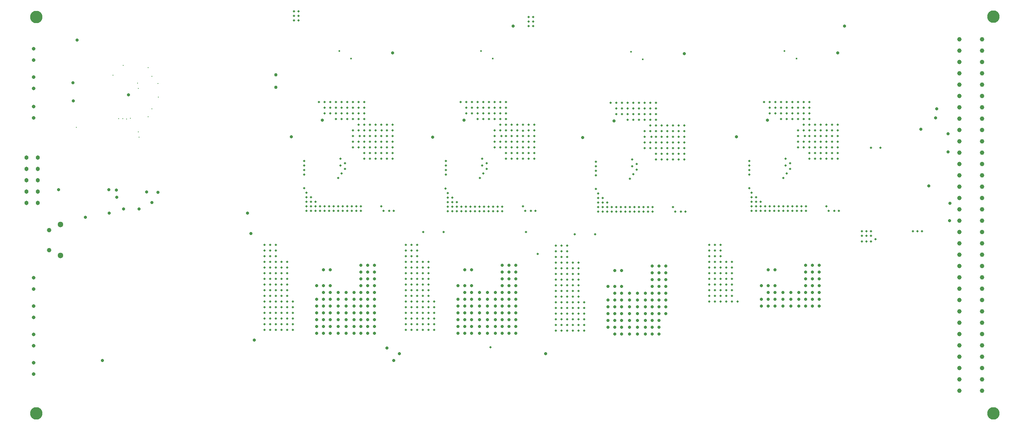
<source format=gbr>
%FSTAX23Y23*%
%MOIN*%
%SFA1B1*%

%IPPOS*%
%ADD145C,0.051181*%
%ADD146C,0.038976*%
%ADD147C,0.031496*%
%ADD148C,0.038000*%
%ADD149C,0.039370*%
%ADD150C,0.110236*%
%ADD151C,0.030000*%
%ADD152C,0.030000*%
%ADD153C,0.110236*%
%ADD154C,0.110236*%
%ADD155C,0.019685*%
%ADD156C,0.028000*%
%ADD157C,0.015000*%
%ADD158C,0.010000*%
%LNlv1_pth_drill-1*%
%LPD*%
G54D145*
X01219Y02281D03*
Y02005D03*
G54D146*
X0112Y02054D03*
Y02231D03*
G54D147*
X00981Y0373D03*
Y0383D03*
Y0332D03*
Y0322D03*
Y0358D03*
Y0348D03*
Y0181D03*
Y0171D03*
Y0156D03*
Y0146D03*
Y0131D03*
Y0121D03*
Y0106D03*
Y0096D03*
G54D148*
X0092Y0287D03*
X0102D03*
Y0277D03*
X0092D03*
Y0267D03*
X0102D03*
X0092Y0257D03*
X0102D03*
X0092Y0247D03*
X0102D03*
G54D149*
X0935Y03912D03*
Y03812D03*
Y03712D03*
Y03612D03*
Y03512D03*
Y03412D03*
Y03312D03*
Y03212D03*
Y03112D03*
Y03012D03*
Y02912D03*
Y02812D03*
Y02712D03*
Y02612D03*
Y02512D03*
Y02412D03*
Y02312D03*
Y02212D03*
Y02112D03*
Y02012D03*
Y01912D03*
Y01812D03*
Y01712D03*
Y01612D03*
Y01512D03*
Y01412D03*
Y01312D03*
Y01212D03*
Y01112D03*
Y01012D03*
Y00912D03*
Y00812D03*
X0915Y03912D03*
Y03812D03*
Y03712D03*
Y03612D03*
Y03512D03*
Y03412D03*
Y03312D03*
Y03212D03*
Y03112D03*
Y03012D03*
Y02912D03*
Y02812D03*
Y02712D03*
Y02612D03*
Y02512D03*
Y02412D03*
Y02312D03*
Y02212D03*
Y02112D03*
Y02012D03*
Y01912D03*
Y01812D03*
Y01712D03*
Y01612D03*
Y01512D03*
Y01412D03*
Y01312D03*
Y01212D03*
Y01112D03*
Y01012D03*
Y00912D03*
Y00812D03*
G54D150*
X0945Y04112D03*
Y00612D03*
G54D151*
X0312Y0349D03*
G54D152*
X0312Y036D03*
G54D153*
X01006Y04111D03*
G54D154*
X01006Y00612D03*
G54D155*
X04418Y02214D03*
X046Y02212D03*
X05429Y02021D03*
X05756Y02194D03*
X05935Y02192D03*
X05011Y01195D03*
X05325Y02214D03*
X0328Y0416D03*
Y0412D03*
Y0408D03*
X0332D03*
Y0412D03*
Y0416D03*
X0539Y0403D03*
Y0407D03*
Y0411D03*
X0535Y0407D03*
Y0411D03*
Y0403D03*
X0874Y0222D03*
X08779D03*
X0882D03*
X0841Y0215D03*
X0837Y0222D03*
Y0218D03*
Y0213D03*
X0833D03*
Y0218D03*
Y0222D03*
X08289Y0213D03*
Y0218D03*
Y0222D03*
X0367Y0269D03*
X037Y0273D03*
X0373Y0277D03*
Y0282D03*
X0369Y0286D03*
Y028D03*
X0317Y0135D03*
Y014D03*
Y0145D03*
Y015D03*
Y0155D03*
Y016D03*
X0322D03*
Y0155D03*
Y015D03*
Y0145D03*
Y014D03*
Y0135D03*
X0327Y016D03*
Y0155D03*
Y015D03*
Y0145D03*
Y014D03*
Y0135D03*
X0322Y0165D03*
Y017D03*
Y0175D03*
Y018D03*
Y0185D03*
Y019D03*
Y0195D03*
X0317Y0165D03*
Y017D03*
Y0175D03*
Y018D03*
Y0185D03*
Y019D03*
Y0195D03*
X0312Y0135D03*
Y014D03*
Y0145D03*
Y015D03*
Y0155D03*
Y016D03*
Y0165D03*
X0307Y0135D03*
Y014D03*
Y0145D03*
Y015D03*
Y0155D03*
Y016D03*
Y0165D03*
X0302D03*
Y016D03*
Y0155D03*
Y015D03*
Y0145D03*
Y014D03*
Y0135D03*
X0312Y021D03*
Y0205D03*
Y02D03*
Y0195D03*
Y019D03*
Y0185D03*
Y018D03*
Y0175D03*
Y017D03*
X0307Y021D03*
Y0205D03*
Y02D03*
Y0195D03*
Y019D03*
Y0185D03*
Y018D03*
Y0175D03*
Y017D03*
X0302D03*
Y0175D03*
Y018D03*
Y0185D03*
Y019D03*
Y0195D03*
Y02D03*
Y0205D03*
Y021D03*
X0375Y0336D03*
Y0326D03*
Y0321D03*
Y0331D03*
X0415Y0286D03*
X041D03*
X0405D03*
X04D03*
X0395D03*
X039D03*
Y0291D03*
X0395D03*
X04D03*
X0405D03*
X041D03*
X0415D03*
X037Y0336D03*
X039Y0301D03*
X0395D03*
X04D03*
X0405D03*
X041D03*
X0415D03*
Y0296D03*
X041D03*
X0405D03*
X04D03*
X0395D03*
X039D03*
X0385D03*
Y0301D03*
X0386Y0306D03*
X039D03*
X0395D03*
X04D03*
X0405D03*
X041D03*
X0415D03*
X041Y0311D03*
X04051Y03109D03*
X04Y0311D03*
X0395D03*
X039D03*
X0385D03*
X038Y0296D03*
Y0301D03*
Y0306D03*
Y0311D03*
X0415D03*
Y0316D03*
X041D03*
X0405D03*
X04D03*
X0395D03*
X039D03*
X0385D03*
X039Y0321D03*
X0385D03*
X038D03*
X039Y0326D03*
X0385D03*
X038D03*
Y0331D03*
X0385D03*
X039D03*
X038Y0336D03*
X0385D03*
X039D03*
X0412Y024D03*
X0405Y0244D03*
X0337Y0284D03*
Y028D03*
Y0276D03*
Y0272D03*
Y026D03*
X0339Y0256D03*
Y0252D03*
Y0248D03*
X0343D03*
Y0252D03*
X0347Y0248D03*
X0339Y0244D03*
Y024D03*
X0343D03*
Y0244D03*
X0347D03*
Y024D03*
X0351Y0244D03*
Y024D03*
X0355D03*
Y0244D03*
X0359D03*
Y024D03*
X0363D03*
Y0244D03*
X0367D03*
Y024D03*
X0371D03*
Y0244D03*
X0375D03*
Y024D03*
X0379Y0244D03*
Y024D03*
X0383D03*
Y0244D03*
X0387D03*
Y024D03*
X0407D03*
X0416D03*
X0365Y0336D03*
X036D03*
X0355D03*
X035D03*
X037Y0331D03*
X0365D03*
X036D03*
X0355D03*
X037Y0326D03*
Y0321D03*
X0365Y0326D03*
X036D03*
X0355D03*
X0365Y0321D03*
X08451Y02957D03*
X08368Y02958D03*
X04898Y03209D03*
X04798Y03259D03*
X04848D03*
X04898D03*
X04948Y03209D03*
Y03259D03*
X04798Y03309D03*
X04848D03*
X04898D03*
X04948D03*
X04748Y03359D03*
X04798D03*
X04848D03*
X04898D03*
X05408Y02399D03*
X05318D03*
X04618Y02719D03*
Y02759D03*
Y02799D03*
Y02839D03*
X05298Y02439D03*
X05368Y02399D03*
X05148Y03359D03*
X05098D03*
X05048D03*
X05148Y03309D03*
X05098D03*
X05048D03*
Y03259D03*
X05098D03*
X05148D03*
X05048Y03209D03*
X05098D03*
X05148D03*
X05098Y03159D03*
X05148D03*
X05198D03*
X05248D03*
X05298D03*
X05348D03*
X05398D03*
Y03109D03*
X05048D03*
Y03059D03*
Y03009D03*
Y02959D03*
X05098Y03109D03*
X05148D03*
X05198D03*
X05248D03*
X05299Y03108D03*
X05348Y03109D03*
X05398Y03059D03*
X05348D03*
X05298D03*
X05248D03*
X05198D03*
X05148D03*
X05108D03*
X05098Y03009D03*
Y02959D03*
X05148D03*
X05198D03*
X05248D03*
X05298D03*
X05348D03*
X05398D03*
Y03009D03*
X05348D03*
X05298D03*
X05248D03*
X05198D03*
X05148D03*
X04948Y03359D03*
X05398Y02909D03*
X05348D03*
X05298D03*
X05248D03*
X05198D03*
X05148D03*
Y02859D03*
X05198D03*
X05248D03*
X05298D03*
X05348D03*
X05398D03*
X04998Y03309D03*
Y03209D03*
Y03259D03*
Y03359D03*
X04938Y02799D03*
Y02859D03*
X04978Y02819D03*
Y02769D03*
X04948Y02729D03*
X04918Y02689D03*
X06221Y03204D03*
X06121Y03254D03*
X06171D03*
X06221D03*
X06271Y03204D03*
Y03254D03*
X06121Y03304D03*
X06171D03*
X06221D03*
X06271D03*
X06071Y03354D03*
X06121D03*
X06171D03*
X06221D03*
X06731Y02394D03*
X06641D03*
X06441D03*
Y02434D03*
X06401D03*
Y02394D03*
X06361D03*
Y02434D03*
X06321Y02394D03*
Y02434D03*
X06281D03*
Y02394D03*
X06241D03*
Y02434D03*
X06201D03*
Y02394D03*
X06161D03*
Y02434D03*
X06121D03*
Y02394D03*
X06081D03*
Y02434D03*
X06041Y02394D03*
Y02434D03*
X06001D03*
Y02394D03*
X05961D03*
Y02434D03*
X06041Y02474D03*
X06001Y02514D03*
Y02474D03*
X05961D03*
Y02514D03*
Y02554D03*
X05941Y02594D03*
Y02714D03*
Y02754D03*
Y02794D03*
Y02834D03*
X06621Y02434D03*
X06691Y02394D03*
X06471Y03354D03*
X06421D03*
X06371D03*
X06471Y03304D03*
X06421D03*
X06371D03*
Y03254D03*
X06421D03*
X06471D03*
X06371Y03204D03*
X06421D03*
X06471D03*
X06421Y03154D03*
X06471D03*
X06521D03*
X06571D03*
X06621D03*
X06671D03*
X06721D03*
Y03104D03*
X06371D03*
Y03054D03*
Y03004D03*
Y02954D03*
X06421Y03104D03*
X06471D03*
X06521D03*
X06571D03*
X06622Y03103D03*
X06671Y03104D03*
X06721Y03054D03*
X06671D03*
X06621D03*
X06571D03*
X06521D03*
X06471D03*
X06431D03*
X06421Y03004D03*
Y02954D03*
X06471D03*
X06521D03*
X06571D03*
X06621D03*
X06671D03*
X06721D03*
Y03004D03*
X06671D03*
X06621D03*
X06571D03*
X06521D03*
X06471D03*
X06271Y03354D03*
X06721Y02904D03*
X06671D03*
X06621D03*
X06571D03*
X06521D03*
X06471D03*
Y02854D03*
X06521D03*
X06571D03*
X06621D03*
X06671D03*
X06721D03*
X06321Y03304D03*
Y03204D03*
Y03254D03*
Y03354D03*
X06261Y02794D03*
Y02854D03*
X06301Y02814D03*
Y02764D03*
X06271Y02724D03*
X06241Y02684D03*
X07577Y0321D03*
X07477Y0326D03*
X07527D03*
X07577D03*
X07627Y0321D03*
Y0326D03*
X07477Y0331D03*
X07527D03*
X07577D03*
X07627D03*
X07427Y0336D03*
X07477D03*
X07527D03*
X07577D03*
X08087Y024D03*
X07997D03*
X07797D03*
Y0244D03*
X07757D03*
Y024D03*
X07717D03*
Y0244D03*
X07677Y024D03*
Y0244D03*
X07637D03*
Y024D03*
X07597D03*
Y0244D03*
X07557D03*
Y024D03*
X07517D03*
Y0244D03*
X07477D03*
Y024D03*
X07437D03*
Y0244D03*
X07397Y024D03*
Y0244D03*
X07357D03*
Y024D03*
X07317D03*
Y0244D03*
X07397Y0248D03*
X07357Y0252D03*
Y0248D03*
X07317D03*
Y0252D03*
Y0256D03*
X07297Y026D03*
Y0272D03*
Y0276D03*
Y028D03*
Y0284D03*
X07977Y0244D03*
X08047Y024D03*
X07827Y0336D03*
X07777D03*
X07727D03*
X07827Y0331D03*
X07777D03*
X07727D03*
Y0326D03*
X07777D03*
X07827D03*
X07727Y0321D03*
X07777D03*
X07827D03*
X07777Y0316D03*
X07827D03*
X07877D03*
X07927D03*
X07977D03*
X08027D03*
X08077D03*
Y0311D03*
X07727D03*
Y0306D03*
Y0301D03*
Y0296D03*
X07777Y0311D03*
X07827D03*
X07877D03*
X07927D03*
X07978Y03109D03*
X08027Y0311D03*
X08077Y0306D03*
X08027D03*
X07977D03*
X07927D03*
X07877D03*
X07827D03*
X07787D03*
X07777Y0301D03*
Y0296D03*
X07827D03*
X07877D03*
X07927D03*
X07977D03*
X08027D03*
X08077D03*
Y0301D03*
X08027D03*
X07977D03*
X07927D03*
X07877D03*
X07827D03*
X07627Y0336D03*
X08077Y0291D03*
X08027D03*
X07977D03*
X07927D03*
X07877D03*
X07827D03*
Y0286D03*
X07877D03*
X07927D03*
X07977D03*
X08027D03*
X08077D03*
X07677Y0331D03*
Y0321D03*
Y0326D03*
Y0336D03*
X07617Y028D03*
Y0286D03*
X07657Y0282D03*
Y0277D03*
X07627Y0273D03*
X07597Y0269D03*
X05116Y02398D03*
Y02438D03*
X05076D03*
Y02398D03*
X05036D03*
Y02438D03*
X04996Y02398D03*
Y02438D03*
X04956D03*
Y02398D03*
X04916D03*
Y02438D03*
X04876D03*
Y02398D03*
X04836D03*
Y02438D03*
X04796D03*
Y02398D03*
X04756D03*
Y02438D03*
X04716Y02398D03*
Y02438D03*
X04676D03*
Y02398D03*
X04636D03*
Y02438D03*
X04716Y02478D03*
X04676Y02518D03*
Y02478D03*
X04636D03*
Y02518D03*
Y02558D03*
X04616Y02598D03*
X04266Y021D03*
Y0205D03*
Y02D03*
Y0195D03*
Y019D03*
Y0185D03*
Y018D03*
Y0175D03*
Y017D03*
X04316D03*
Y0175D03*
Y018D03*
Y0185D03*
Y019D03*
Y0195D03*
Y02D03*
Y0205D03*
Y021D03*
X04366Y017D03*
Y0175D03*
Y018D03*
Y0185D03*
Y019D03*
Y0195D03*
Y02D03*
Y0205D03*
Y021D03*
X04266Y0135D03*
Y014D03*
Y0145D03*
Y015D03*
Y0155D03*
Y016D03*
Y0165D03*
X04316D03*
Y016D03*
Y0155D03*
Y015D03*
Y0145D03*
Y014D03*
Y0135D03*
X04366Y0165D03*
Y016D03*
Y0155D03*
Y015D03*
Y0145D03*
Y014D03*
Y0135D03*
X04416Y0195D03*
Y019D03*
Y0185D03*
Y018D03*
Y0175D03*
Y017D03*
Y0165D03*
X04466Y0195D03*
Y019D03*
Y0185D03*
Y018D03*
Y0175D03*
Y017D03*
Y0165D03*
X04516Y0135D03*
Y014D03*
Y0145D03*
Y015D03*
Y0155D03*
Y016D03*
X04466Y0135D03*
Y014D03*
Y0145D03*
Y015D03*
Y0155D03*
Y016D03*
X04416D03*
Y0155D03*
Y015D03*
Y0145D03*
Y014D03*
Y0135D03*
X05589Y02092D03*
Y02042D03*
Y01992D03*
Y01942D03*
Y01892D03*
Y01842D03*
Y01792D03*
Y01742D03*
Y01692D03*
X05639D03*
Y01742D03*
Y01792D03*
Y01842D03*
Y01892D03*
Y01942D03*
Y01992D03*
Y02042D03*
Y02092D03*
X05689Y01692D03*
Y01742D03*
Y01792D03*
Y01842D03*
Y01892D03*
Y01942D03*
Y01992D03*
Y02042D03*
Y02092D03*
X05589Y01342D03*
Y01392D03*
Y01442D03*
Y01492D03*
Y01542D03*
Y01592D03*
Y01642D03*
X05639D03*
Y01592D03*
Y01542D03*
Y01492D03*
Y01442D03*
Y01392D03*
Y01342D03*
X05689Y01642D03*
Y01592D03*
Y01542D03*
Y01492D03*
Y01442D03*
Y01392D03*
Y01342D03*
X05739Y01942D03*
Y01892D03*
Y01842D03*
Y01792D03*
Y01742D03*
Y01692D03*
Y01642D03*
X05789Y01942D03*
Y01892D03*
Y01842D03*
Y01792D03*
Y01742D03*
Y01692D03*
Y01642D03*
X05839Y01342D03*
Y01392D03*
Y01442D03*
Y01492D03*
Y01542D03*
Y01592D03*
X05789Y01342D03*
Y01392D03*
Y01442D03*
Y01492D03*
Y01542D03*
Y01592D03*
X05739D03*
Y01542D03*
Y01492D03*
Y01442D03*
Y01392D03*
Y01342D03*
X06944Y021D03*
Y0205D03*
Y02D03*
Y0195D03*
Y019D03*
Y0185D03*
Y018D03*
Y0175D03*
Y017D03*
X06994D03*
Y0175D03*
Y018D03*
Y0185D03*
Y019D03*
Y0195D03*
Y02D03*
Y0205D03*
Y021D03*
X07044Y017D03*
Y0175D03*
Y018D03*
Y0185D03*
Y019D03*
Y0195D03*
Y02D03*
Y0205D03*
Y021D03*
X06944Y016D03*
Y0165D03*
X06994D03*
Y016D03*
X07044Y0165D03*
Y016D03*
X07094Y0195D03*
Y019D03*
Y0185D03*
Y018D03*
Y0175D03*
Y017D03*
Y0165D03*
X07144Y0195D03*
Y019D03*
Y0185D03*
Y018D03*
Y0175D03*
Y017D03*
Y0165D03*
X07194Y016D03*
X07144D03*
X07094D03*
G54D156*
X08136Y04029D03*
X05212D03*
X01329Y0353D03*
X01334Y0337D03*
X0895Y033D03*
X0881Y03119D03*
X0894Y03219D03*
X0888Y0262D03*
X0905Y0308D03*
Y0292D03*
X09065Y02465D03*
X09062Y02312D03*
X0399Y0138D03*
Y0144D03*
X0393D03*
Y0138D03*
X0387Y0144D03*
Y0138D03*
Y0132D03*
X0393D03*
X0399D03*
X0381Y0138D03*
X0367Y0144D03*
X0374Y0132D03*
X0381D03*
X036Y0138D03*
Y0144D03*
X0354D03*
Y0138D03*
X0348Y0144D03*
Y0138D03*
Y0132D03*
X0354D03*
X036D03*
X0381Y0144D03*
X0367Y0138D03*
Y0132D03*
X0374Y0138D03*
Y0144D03*
Y0162D03*
Y0156D03*
X0367Y015D03*
Y0156D03*
X0381Y0168D03*
Y0162D03*
X036Y015D03*
X0354D03*
X0348D03*
Y0156D03*
Y0162D03*
X0354Y0156D03*
Y0162D03*
X036D03*
Y0156D03*
X0381Y015D03*
X0374D03*
X0367Y0162D03*
X0381Y0156D03*
X0399Y015D03*
X0393D03*
X0387D03*
Y0156D03*
Y0162D03*
X0393Y0156D03*
Y0162D03*
X0399D03*
Y0156D03*
Y0186D03*
X0393D03*
X0387D03*
Y0192D03*
X0393D03*
X0399D03*
X0159Y0108D03*
X0416D03*
X055Y0114D03*
X0421D03*
X0293Y0126D03*
X041Y0119D03*
X0354Y0188D03*
X036D03*
X0354Y0168D03*
X0348Y0174D03*
X0354D03*
X036D03*
Y0168D03*
X0367D03*
X0374D03*
X0399Y0174D03*
Y018D03*
X0393D03*
Y0174D03*
X0387Y018D03*
Y0174D03*
Y0168D03*
X0393D03*
X0399D03*
X0415Y03793D03*
X03255Y03052D03*
X029Y022D03*
X0287Y0238D03*
X0353Y032D03*
X01978Y02568D03*
X0144Y02343D03*
X01366Y03905D03*
X01714Y02584D03*
X01202Y02586D03*
X02079Y02563D03*
X0182Y03423D03*
X01646Y02585D03*
X01648Y02381D03*
X01775Y02415D03*
X01914Y02418D03*
X02026Y02473D03*
X01715Y0252D03*
X04778Y03199D03*
X04504Y03051D03*
X06101Y03194D03*
X05827Y03046D03*
X06721Y03787D03*
X07457Y032D03*
X07183Y03053D03*
X08077Y03793D03*
X05236Y0168D03*
X05176D03*
X05116D03*
Y0174D03*
Y018D03*
X05176Y0174D03*
Y018D03*
X05236D03*
Y0174D03*
X04986Y0168D03*
X04916D03*
X04846D03*
Y0174D03*
X04786D03*
X04726D03*
X04786Y0168D03*
X04846Y0188D03*
X04786D03*
X05236Y0192D03*
X05176D03*
X05116D03*
Y0186D03*
X05176D03*
X05236D03*
Y0156D03*
Y0162D03*
X05176D03*
Y0156D03*
X05116Y0162D03*
Y0156D03*
Y015D03*
X05176D03*
X05236D03*
X05056Y0156D03*
X04916Y0162D03*
X04986Y015D03*
X05056D03*
X04846Y0156D03*
Y0162D03*
X04786D03*
Y0156D03*
X04726Y0162D03*
Y0156D03*
Y015D03*
X04786D03*
X04846D03*
X05056Y0162D03*
Y0168D03*
X04916Y0156D03*
Y015D03*
X04986Y0156D03*
Y0162D03*
Y0144D03*
Y0138D03*
X04916Y0132D03*
Y0138D03*
X05056Y0144D03*
X04846Y0132D03*
X04786D03*
X04726D03*
Y0138D03*
Y0144D03*
X04786Y0138D03*
Y0144D03*
X04846D03*
Y0138D03*
X05056Y0132D03*
X04986D03*
X04916Y0144D03*
X05056Y0138D03*
X05236Y0132D03*
X05176D03*
X05116D03*
Y0138D03*
Y0144D03*
X05176Y0138D03*
Y0144D03*
X05236D03*
Y0138D03*
X06559Y01672D03*
X06499D03*
X06439D03*
Y01732D03*
Y01792D03*
X06499Y01732D03*
Y01792D03*
X06559D03*
Y01732D03*
X06309Y01672D03*
X06239D03*
X06169D03*
Y01732D03*
X06109D03*
X06049D03*
X06109Y01672D03*
X06169Y01872D03*
X06109D03*
X06559Y01912D03*
X06499D03*
X06439D03*
Y01852D03*
X06499D03*
X06559D03*
Y01552D03*
Y01612D03*
X06499D03*
Y01552D03*
X06439Y01612D03*
Y01552D03*
Y01492D03*
X06499D03*
X06559D03*
X06379Y01552D03*
X06239Y01612D03*
X06309Y01492D03*
X06379D03*
X06169Y01552D03*
Y01612D03*
X06109D03*
Y01552D03*
X06049Y01612D03*
Y01552D03*
Y01492D03*
X06109D03*
X06169D03*
X06379Y01612D03*
Y01672D03*
X06239Y01552D03*
Y01492D03*
X06309Y01552D03*
Y01612D03*
Y01432D03*
Y01372D03*
X06239Y01312D03*
Y01372D03*
X06379Y01432D03*
X06169Y01312D03*
X06109D03*
X06049Y01372D03*
Y01432D03*
X06109Y01372D03*
Y01432D03*
X06169D03*
Y01372D03*
X06379Y01312D03*
X06309D03*
X06239Y01432D03*
X06379Y01372D03*
X06499Y01312D03*
X06439D03*
Y01372D03*
Y01432D03*
X06499Y01372D03*
Y01432D03*
X07914Y0168D03*
X07854D03*
X07794D03*
Y0174D03*
Y018D03*
X07854Y0174D03*
Y018D03*
X07914D03*
Y0174D03*
X07664Y0168D03*
X07594D03*
X07524D03*
Y0174D03*
X07464D03*
X07404D03*
X07464Y0168D03*
X07524Y0188D03*
X07464D03*
X07914Y0192D03*
X07854D03*
X07794D03*
Y0186D03*
X07854D03*
X07914D03*
Y0156D03*
Y0162D03*
X07854D03*
Y0156D03*
X07794Y0162D03*
Y0156D03*
X07734D03*
X07594Y0162D03*
X07524Y0156D03*
Y0162D03*
X07464D03*
Y0156D03*
X07404Y0162D03*
Y0156D03*
X07734Y0162D03*
Y0168D03*
X07594Y0156D03*
X07664D03*
Y0162D03*
G54D157*
X03784Y03743D03*
X0368Y0381D03*
X04928Y03809D03*
X05032Y03742D03*
X06251Y03804D03*
X06355Y03737D03*
X07607Y0381D03*
X07711Y03743D03*
G54D158*
X01906Y03481D03*
X01899Y03525D03*
X01837Y03216D03*
X01734Y03214D03*
X01768Y03212D03*
X01801Y03209D03*
X01907Y03095D03*
X01914Y03051D03*
X01992Y03229D03*
X02026Y03299D03*
X01991Y03664D03*
X01773Y03684D03*
X01682Y03595D03*
X02025Y03588D03*
X0208Y03524D03*
X02082Y03404D03*
X01358Y03137D03*
M02*
</source>
